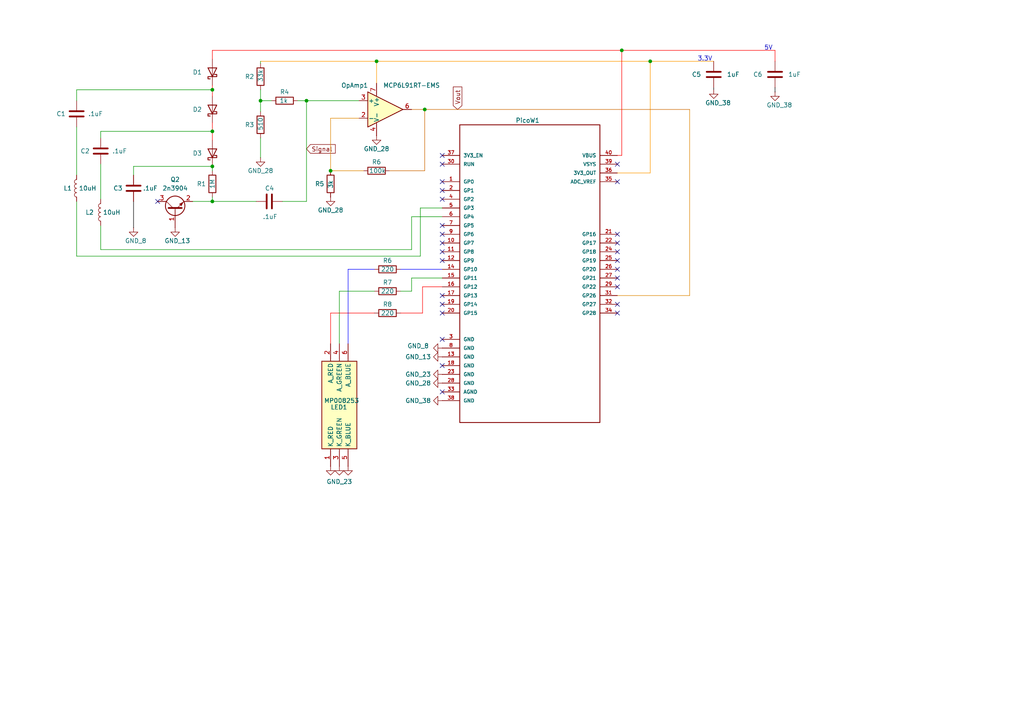
<source format=kicad_sch>
(kicad_sch (version 20231120) (generator "eeschema") (generator_version "8.0")
  (paper "A4")
  (lib_symbols
    (symbol "Amplifier_Operational:MCP6L91RT-EMS" (pin_names (offset 0.127))
      (property "Reference" "U" (at 0 6.35 0))
      (property "Value" "MCP6L91RT-EMS" (at 0 3.81 0))
      (symbol "MCP6L91RT-EMS_0_1"
        (polyline (pts (xy -5.08 5.08) (xy 5.08 0) (xy -5.08 -5.08) (xy -5.08 5.08)) (stroke (width 0.254)) (fill (type background)))
      )
      (symbol "MCP6L91RT-EMS_1_1"
        (pin no_connect line (at -2.54 2.54 270) (length 2.54) hide (name "NC") (number "1"))
        (pin input line (at -7.62 -2.54 0) (length 2.54) (name "-") (number "2"))
        (pin input line (at -7.62 2.54 0) (length 2.54) (name "+") (number "3"))
        (pin power_in line (at -2.54 -7.62 90) (length 3.81) (name "V-") (number "4"))
        (pin no_connect line (at 0 2.54 270) (length 2.54) hide (name "NC") (number "5"))
        (pin output line (at 7.62 0 180) (length 2.54) (name "~") (number "6"))
        (pin power_in line (at -2.54 7.62 270) (length 3.81) (name "V+") (number "7"))
        (pin no_connect line (at 0 -2.54 90) (length 2.54) hide (name "NC") (number "8"))
      )
    )
    (symbol "Device:C" (pin_numbers hide) (pin_names (offset 0.254))
      (property "Reference" "C" (at 0.635 2.54 0))
      (property "Value" "C" (at 0.635 -2.54 0))
      (symbol "C_0_1"
        (polyline (pts (xy -2.032 -0.762) (xy 2.032 -0.762)) (stroke (width 0.508)))
        (polyline (pts (xy -2.032 0.762) (xy 2.032 0.762)) (stroke (width 0.508)))
      )
      (symbol "C_1_1"
        (pin passive line (at 0 3.81 270) (length 2.794) (name "~") (number "1"))
        (pin passive line (at 0 -3.81 90) (length 2.794) (name "~") (number "2"))
      )
    )
    (symbol "Device:D_Schottky" (pin_numbers hide) (pin_names (offset 1.016) hide)
      (property "Reference" "D" (at 0 2.54 0))
      (property "Value" "D_Schottky" (at 0 -2.54 0))
      (symbol "D_Schottky_0_1"
        (polyline (pts (xy 1.27 0) (xy -1.27 0)))
        (polyline (pts (xy 1.27 1.27) (xy 1.27 -1.27) (xy -1.27 0) (xy 1.27 1.27)) (stroke (width 0.254)))
        (polyline (pts (xy -1.905 0.635) (xy -1.905 1.27) (xy -1.27 1.27) (xy -1.27 -1.27) (xy -0.635 -1.27) (xy -0.635 -0.635)) (stroke (width 0.254)))
      )
      (symbol "D_Schottky_1_1"
        (pin passive line (at -3.81 0 0) (length 2.54) (name "K") (number "1"))
        (pin passive line (at 3.81 0 180) (length 2.54) (name "A") (number "2"))
      )
    )
    (symbol "Device:L" (pin_numbers hide) (pin_names (offset 1.016) hide)
      (property "Reference" "L" (at -1.27 0 90))
      (property "Value" "L" (at 1.905 0 90))
      (symbol "L_0_1"
        (arc (start 0 -2.54) (mid 0.6323 -1.905) (end 0 -1.27))
        (arc (start 0 -1.27) (mid 0.6323 -0.635) (end 0 0))
        (arc (start 0 0) (mid 0.6323 0.635) (end 0 1.27))
        (arc (start 0 1.27) (mid 0.6323 1.905) (end 0 2.54))
      )
      (symbol "L_1_1"
        (pin passive line (at 0 3.81 270) (length 1.27) (name "1") (number "1"))
        (pin passive line (at 0 -3.81 90) (length 1.27) (name "2") (number "2"))
      )
    )
    (symbol "Device:R" (pin_numbers hide) (pin_names (offset 0))
      (property "Reference" "R" (at 2.032 0 90))
      (property "Value" "R" (at 0 0 90))
      (symbol "R_0_1"
        (rectangle (start -1.016 -2.54) (end 1.016 2.54) (stroke (width 0.254)))
      )
      (symbol "R_1_1"
        (pin passive line (at 0 3.81 270) (length 1.27) (name "~") (number "1"))
        (pin passive line (at 0 -3.81 90) (length 1.27) (name "~") (number "2"))
      )
    )
    (symbol "GND_1" (power) (pin_numbers hide) (pin_names (offset 0) hide)
      (property "Value" "GND" (at 0 -3.81 0))
      (symbol "GND_1_0_1"
        (polyline (pts (xy 0 0) (xy 0 -1.27) (xy 1.27 -1.27) (xy 0 -2.54) (xy -1.27 -1.27) (xy 0 -1.27)))
      )
      (symbol "GND_1_1_1"
        (pin power_in line (at 0 0 270) (length 0) (name "~") (number "1"))
      )
    )
    (symbol "MP008253:MP008253"
      (property "Reference" "LED" (at 31.75 7.62 0))
      (property "Value" "MP008253" (at 31.75 5.08 0))
      (symbol "MP008253_1_1"
        (rectangle (start 5.08 2.54) (end 30.48 -7.62) (stroke (width 0.254)) (fill (type background)))
        (pin passive line (at 0 0 0) (length 5.08) (name "K_RED") (number "1"))
        (pin passive line (at 35.56 0 180) (length 5.08) (name "A_RED") (number "2"))
        (pin passive line (at 0 -2.54 0) (length 5.08) (name "K_GREEN") (number "3"))
        (pin passive line (at 35.56 -2.54 180) (length 5.08) (name "A_GREEN") (number "4"))
        (pin passive line (at 0 -5.08 0) (length 5.08) (name "K_BLUE") (number "5"))
        (pin passive line (at 35.56 -5.08 180) (length 5.08) (name "A_BLUE") (number "6"))
      )
    )
    (symbol "Pico W:SC0918" (pin_names (offset 1.016))
      (property "Reference" "A1" (at 0 58.42 0))
      (property "Value" "SC0918" (at 0 55.88 0))
      (property "Footprint" "Raspberry Pi:MODULE_SC0918" (at -12.7 -46.99 0))
      (property "manufacturer" "Raspberry Pi" (at 0 53.34 0))
      (symbol "SC0918_0_0"
        (rectangle (start -20.32 -43.18) (end 20.32 43.18) (stroke (width 0.254)))
        (pin bidirectional line (at -25.4 26.67 0) (length 5.08) (name "GP0") (number "1"))
        (pin bidirectional line (at -25.4 8.89 0) (length 5.08) (name "GP7") (number "10"))
        (pin bidirectional line (at -25.4 6.35 0) (length 5.08) (name "GP8") (number "11"))
        (pin bidirectional line (at -25.4 3.81 0) (length 5.08) (name "GP9") (number "12"))
        (pin power_in line (at -25.4 -24.13 0) (length 5.08) (name "GND") (number "13"))
        (pin bidirectional line (at -25.4 1.27 0) (length 5.08) (name "GP10") (number "14"))
        (pin bidirectional line (at -25.4 -1.27 0) (length 5.08) (name "GP11") (number "15"))
        (pin bidirectional line (at -25.4 -3.81 0) (length 5.08) (name "GP12") (number "16"))
        (pin bidirectional line (at -25.4 -6.35 0) (length 5.08) (name "GP13") (number "17"))
        (pin power_in line (at -25.4 -26.67 0) (length 5.08) (name "GND") (number "18"))
        (pin bidirectional line (at -25.4 -8.89 0) (length 5.08) (name "GP14") (number "19"))
        (pin bidirectional line (at -25.4 24.13 0) (length 5.08) (name "GP1") (number "2"))
        (pin bidirectional line (at -25.4 -11.43 0) (length 5.08) (name "GP15") (number "20"))
        (pin bidirectional line (at 25.4 11.43 180) (length 5.08) (name "GP16") (number "21"))
        (pin bidirectional line (at 25.4 8.89 180) (length 5.08) (name "GP17") (number "22"))
        (pin power_in line (at -25.4 -29.21 0) (length 5.08) (name "GND") (number "23"))
        (pin bidirectional line (at 25.4 6.35 180) (length 5.08) (name "GP18") (number "24"))
        (pin bidirectional line (at 25.4 3.81 180) (length 5.08) (name "GP19") (number "25"))
        (pin bidirectional line (at 25.4 1.27 180) (length 5.08) (name "GP20") (number "26"))
        (pin bidirectional line (at 25.4 -1.27 180) (length 5.08) (name "GP21") (number "27"))
        (pin power_in line (at -25.4 -31.75 0) (length 5.08) (name "GND") (number "28"))
        (pin bidirectional line (at 25.4 -3.81 180) (length 5.08) (name "GP22") (number "29"))
        (pin power_in line (at -25.4 -19.05 0) (length 5.08) (name "GND") (number "3"))
        (pin input line (at -25.4 31.75 0) (length 5.08) (name "RUN") (number "30"))
        (pin bidirectional line (at 25.4 -6.35 180) (length 5.08) (name "GP26") (number "31"))
        (pin bidirectional line (at 25.4 -8.89 180) (length 5.08) (name "GP27") (number "32"))
        (pin power_in line (at -25.4 -34.29 0) (length 5.08) (name "AGND") (number "33"))
        (pin bidirectional line (at 25.4 -11.43 180) (length 5.08) (name "GP28") (number "34"))
        (pin power_in line (at 25.4 26.67 180) (length 5.08) (name "ADC_VREF") (number "35"))
        (pin power_in line (at 25.4 29.21 180) (length 5.08) (name "3V3_OUT") (number "36"))
        (pin input line (at -25.4 34.29 0) (length 5.08) (name "3V3_EN") (number "37"))
        (pin power_in line (at -25.4 -36.83 0) (length 5.08) (name "GND") (number "38"))
        (pin free line (at 25.4 31.75 180) (length 5.08) (name "VSYS") (number "39"))
        (pin bidirectional line (at -25.4 21.59 0) (length 5.08) (name "GP2") (number "4"))
        (pin free line (at 25.4 34.29 180) (length 5.08) (name "VBUS") (number "40"))
        (pin bidirectional line (at -25.4 19.05 0) (length 5.08) (name "GP3") (number "5"))
        (pin bidirectional line (at -25.4 16.51 0) (length 5.08) (name "GP4") (number "6"))
        (pin bidirectional line (at -25.4 13.97 0) (length 5.08) (name "GP5") (number "7"))
        (pin power_in line (at -25.4 -21.59 0) (length 5.08) (name "GND") (number "8"))
        (pin bidirectional line (at -25.4 11.43 0) (length 5.08) (name "GP6") (number "9"))
      )
    )
    (symbol "Transistor_BJT:MMBTA44" (pin_names (offset 0) hide)
      (property "Reference" "Q" (at 5.08 1.905 0))
      (property "Value" "MMBTA44" (at 5.08 0 0))
      (symbol "MMBTA44_0_1"
        (polyline (pts (xy 0 0) (xy 0.635 0)))
        (polyline (pts (xy 0.635 0.635) (xy 2.54 2.54)))
        (polyline (pts (xy 0.635 -0.635) (xy 2.54 -2.54) (xy 2.54 -2.54)))
        (polyline (pts (xy 0.635 1.905) (xy 0.635 -1.905) (xy 0.635 -1.905)) (stroke (width 0.508)))
        (polyline (pts (xy 1.27 -1.778) (xy 1.778 -1.27) (xy 2.286 -2.286) (xy 1.27 -1.778) (xy 1.27 -1.778)) (fill (type outline)))
        (circle (center 1.27 0) (radius 2.8194) (stroke (width 0.254)))
      )
      (symbol "MMBTA44_1_1"
        (pin input line (at -5.08 0 0) (length 5.08) (name "B") (number "1"))
        (pin passive line (at 2.54 -5.08 90) (length 2.54) (name "E") (number "2"))
        (pin passive line (at 2.54 5.08 270) (length 2.54) (name "C") (number "3"))
      )
    )
    (symbol "power:GND" (power) (pin_numbers hide) (pin_names (offset 0) hide)
      (property "Value" "GND" (at 0 -3.81 0))
      (symbol "GND_0_1"
        (polyline (pts (xy 0 0) (xy 0 -1.27) (xy 1.27 -1.27) (xy 0 -2.54) (xy -1.27 -1.27) (xy 0 -1.27)))
      )
      (symbol "GND_1_1"
        (pin power_in line (at 0 0 270) (length 0) (name "~") (number "1"))
      )
    )
  )
  (junction (at 61.595 26.035))
  (junction (at 95.885 49.53))
  (junction (at 61.595 38.1))
  (junction (at 88.9 29.21))
  (junction (at 188.595 17.78))
  (junction (at 61.595 58.42))
  (junction (at 123.19 31.75))
  (junction (at 61.595 48.26))
  (junction (at 109.22 17.78))
  (junction (at 75.565 29.21))
  (junction (at 180.34 14.605))
  (no_connect (at 128.27 106.045))
  (no_connect (at 128.27 57.785))
  (no_connect (at 179.07 70.485))
  (no_connect (at 128.27 45.085))
  (no_connect (at 128.27 52.705))
  (no_connect (at 128.27 65.405))
  (no_connect (at 179.07 52.705))
  (no_connect (at 179.07 75.565))
  (no_connect (at 128.27 85.725))
  (no_connect (at 128.27 55.245))
  (no_connect (at 128.27 113.665))
  (no_connect (at 179.07 47.625))
  (no_connect (at 128.27 75.565))
  (no_connect (at 179.07 90.805))
  (no_connect (at 179.07 88.265))
  (no_connect (at 128.27 88.265))
  (no_connect (at 179.07 73.025))
  (no_connect (at 179.07 83.185))
  (no_connect (at 179.07 78.105))
  (no_connect (at 128.27 90.805))
  (no_connect (at 45.72 58.42))
  (no_connect (at 128.27 70.485))
  (no_connect (at 128.27 67.945))
  (no_connect (at 179.07 67.945))
  (no_connect (at 179.07 80.645))
  (no_connect (at 128.27 98.425))
  (no_connect (at 128.27 73.025))
  (no_connect (at 128.27 47.625))
  (wire (pts (xy 61.595 48.26) (xy 61.595 49.53)))
  (wire (pts (xy 38.735 66.04) (xy 38.735 58.42)) (stroke (width 0) (color 0 0 0 1)))
  (wire (pts (xy 179.07 85.725) (xy 200.025 85.725)) (stroke (width 0) (color 221 133 0 1)))
  (wire (pts (xy 122.555 90.805) (xy 122.555 83.185)) (stroke (width 0) (color 255 0 0 1)))
  (wire (pts (xy 61.595 14.605) (xy 61.595 17.145)) (stroke (width 0) (color 255 0 0 1)))
  (wire (pts (xy 116.205 90.805) (xy 122.555 90.805)) (stroke (width 0) (color 255 0 0 1)))
  (wire (pts (xy 29.21 65.405) (xy 29.21 72.39)))
  (wire (pts (xy 123.19 31.75) (xy 123.19 49.53)) (stroke (width 0) (color 204 102 0 1)))
  (wire (pts (xy 75.565 17.78) (xy 109.22 17.78)) (stroke (width 0) (color 255 153 0 1)))
  (wire (pts (xy 119.38 84.455) (xy 119.38 80.645)))
  (wire (pts (xy 29.21 38.1) (xy 61.595 38.1)))
  (wire (pts (xy 38.735 48.26) (xy 61.595 48.26)))
  (wire (pts (xy 61.595 38.1) (xy 61.595 40.64)) (stroke (width 0) (color 255 0 0 1)))
  (wire (pts (xy 224.79 17.78) (xy 224.79 14.605)) (stroke (width 0) (color 255 0 0 1)))
  (wire (pts (xy 75.565 40.005) (xy 75.565 45.72)))
  (wire (pts (xy 179.07 50.165) (xy 188.595 50.165)) (stroke (width 0) (color 255 153 0 1)))
  (wire (pts (xy 61.595 57.15) (xy 61.595 58.42)))
  (wire (pts (xy 75.565 29.21) (xy 78.74 29.21)))
  (wire (pts (xy 61.595 35.56) (xy 61.595 38.1)) (stroke (width 0) (color 255 0 0 1)))
  (wire (pts (xy 116.205 84.455) (xy 119.38 84.455)))
  (wire (pts (xy 22.225 36.83) (xy 22.225 50.8)))
  (wire (pts (xy 109.22 17.78) (xy 109.22 24.13)) (stroke (width 0) (color 255 153 0 1)))
  (wire (pts (xy 98.425 84.455) (xy 108.585 84.455)))
  (wire (pts (xy 180.34 14.605) (xy 224.79 14.605)) (stroke (width 0) (color 255 0 0 1)))
  (wire (pts (xy 29.21 47.625) (xy 29.21 57.785)))
  (wire (pts (xy 121.92 74.295) (xy 22.225 74.295)))
  (wire (pts (xy 38.735 48.26) (xy 38.735 50.8)))
  (wire (pts (xy 86.36 29.21) (xy 88.9 29.21)))
  (wire (pts (xy 207.01 25.4) (xy 207.01 26.035)) (stroke (width 0) (color 0 0 0 1)))
  (wire (pts (xy 88.9 29.21) (xy 104.14 29.21)))
  (wire (pts (xy 224.79 25.4) (xy 224.79 26.67)) (stroke (width 0) (color 0 0 0 1)))
  (wire (pts (xy 22.225 26.035) (xy 61.595 26.035)))
  (wire (pts (xy 22.225 74.295) (xy 22.225 58.42)))
  (wire (pts (xy 75.565 26.035) (xy 75.565 29.21)))
  (wire (pts (xy 200.025 85.725) (xy 200.025 31.75)) (stroke (width 0) (color 221 133 0 1)))
  (wire (pts (xy 109.22 17.78) (xy 188.595 17.78)) (stroke (width 0) (color 255 153 0 1)))
  (wire (pts (xy 61.595 14.605) (xy 180.34 14.605)) (stroke (width 0) (color 255 0 0 1)))
  (wire (pts (xy 61.595 26.035) (xy 61.595 24.765)) (stroke (width 0) (color 255 0 0 1)))
  (wire (pts (xy 207.01 17.78) (xy 188.595 17.78)) (stroke (width 0) (color 255 153 0 1)))
  (wire (pts (xy 61.595 27.94) (xy 61.595 26.035)) (stroke (width 0) (color 255 0 0 1)))
  (wire (pts (xy 55.88 58.42) (xy 61.595 58.42)))
  (wire (pts (xy 188.595 50.165) (xy 188.595 17.78)) (stroke (width 0) (color 255 153 0 1)))
  (wire (pts (xy 81.915 58.42) (xy 88.9 58.42)))
  (wire (pts (xy 100.965 78.105) (xy 108.585 78.105)) (stroke (width 0) (color 0 0 255 1)))
  (wire (pts (xy 100.965 78.105) (xy 100.965 99.695)) (stroke (width 0) (color 0 0 255 1)))
  (wire (pts (xy 123.19 31.75) (xy 200.025 31.75)) (stroke (width 0) (color 204 102 0 1)))
  (wire (pts (xy 95.885 90.805) (xy 95.885 99.695)) (stroke (width 0) (color 255 0 0 1)))
  (wire (pts (xy 119.38 62.865) (xy 119.38 72.39)))
  (wire (pts (xy 95.885 49.53) (xy 105.41 49.53)) (stroke (width 0) (color 221 133 0 1)))
  (wire (pts (xy 119.38 80.645) (xy 128.27 80.645)))
  (wire (pts (xy 121.92 60.325) (xy 128.27 60.325)))
  (wire (pts (xy 75.565 18.415) (xy 75.565 17.78)))
  (wire (pts (xy 180.34 14.605) (xy 180.34 45.085)) (stroke (width 0) (color 255 0 0 1)))
  (wire (pts (xy 104.14 34.29) (xy 95.885 34.29)) (stroke (width 0) (color 221 133 0 1)))
  (wire (pts (xy 98.425 84.455) (xy 98.425 99.695)))
  (wire (pts (xy 121.92 60.325) (xy 121.92 74.295)))
  (wire (pts (xy 116.205 78.105) (xy 128.27 78.105)) (stroke (width 0) (color 0 0 255 1)))
  (wire (pts (xy 75.565 32.385) (xy 75.565 29.21)))
  (wire (pts (xy 29.21 38.1) (xy 29.21 40.005)))
  (wire (pts (xy 123.19 49.53) (xy 113.03 49.53)) (stroke (width 0) (color 204 102 0 1)))
  (wire (pts (xy 119.38 62.865) (xy 128.27 62.865)))
  (wire (pts (xy 122.555 83.185) (xy 128.27 83.185)) (stroke (width 0) (color 255 0 0 1)))
  (wire (pts (xy 61.595 58.42) (xy 74.295 58.42)))
  (wire (pts (xy 22.225 29.21) (xy 22.225 26.035)))
  (wire (pts (xy 179.07 45.085) (xy 180.34 45.085)) (stroke (width 0) (color 255 0 0 1)))
  (wire (pts (xy 88.9 58.42) (xy 88.9 29.21)))
  (wire (pts (xy 119.38 31.75) (xy 123.19 31.75)) (stroke (width 0) (color 204 102 0 1)))
  (wire (pts (xy 95.885 34.29) (xy 95.885 49.53)) (stroke (width 0) (color 221 133 0 1)))
  (wire (pts (xy 95.885 90.805) (xy 108.585 90.805)) (stroke (width 0) (color 255 0 0 1)))
  (wire (pts (xy 29.21 72.39) (xy 119.38 72.39)))
  (text "3.3V" (at 204.47 17.145 0) (effects (font (size 1.27 1.27))))
  (text "5V" (at 222.885 13.97 0) (effects (font (size 1.27 1.27))))
  (global_label "Signal" (shape input) (at 88.9 43.18 0) (property "Intersheetrefs" "${INTERSHEET_REFS}" (effects (hide yes))))
  (global_label "Vout" (shape input) (at 132.715 31.75 90) (property "Intersheetrefs" "${INTERSHEET_REFS}" (effects (hide yes))))
  (symbol (lib_id "Device:R") (at 112.395 90.805 270) (unit 1)
    (property "Reference" "R8" (at 112.395 88.265 90))
    (property "Value" "220" (at 112.395 90.805 90))
    (property "Footprint" "Resistor_SMD:R_1206_3216Metric" (effects (hide yes)))
    (property "Description" "Resistor" (effects (hide yes)))
  )
  (symbol (lib_id "Device:R") (at 82.55 29.21 270) (unit 1)
    (property "Reference" "R4" (at 82.55 26.67 90))
    (property "Value" "1k" (at 82.296 29.21 90))
    (property "Footprint" "Resistor_SMD:R_1206_3216Metric" (effects (hide yes)))
    (property "Description" "Resistor" (effects (hide yes)))
  )
  (symbol (lib_id "Device:L") (at 22.225 54.61 180) (unit 1)
    (property "Reference" "L1" (at 18.415 54.61 0) (effects (justify right)))
    (property "Value" "10uH" (at 22.86 54.61 0) (effects (justify right)))
    (property "Footprint" "Inductor_SMD:L_Coilcraft_LPS4414" (effects (hide yes)))
    (property "Description" "Inductor" (effects (hide yes)))
  )
  (symbol (lib_id "power:GND") (at 95.885 57.15 0) (unit 1)
    (property "Reference" "#PWR02" (effects (hide yes)))
    (property "Value" "GND_28" (at 95.885 60.96 0))
    (property "Description" "Power symbol creates a global label with name \"GND\" , ground" (effects (hide yes)))
  )
  (symbol (lib_id "Device:C") (at 224.79 21.59 180) (unit 1)
    (property "Reference" "C6" (at 218.44 21.59 0) (effects (justify right)))
    (property "Value" "1uF" (at 228.6 21.59 0) (effects (justify right)))
    (property "Footprint" "Capacitor_SMD:C_1206_3216Metric_Pad1.33x1.80mm_HandSolder" (effects (hide yes)))
    (property "Description" "Unpolarized capacitor" (effects (hide yes)))
  )
  (symbol (lib_name "GND_1") (lib_id "power:GND") (at 128.27 103.505 270) (unit 1)
    (property "Reference" "#PWR012" (effects (hide yes)))
    (property "Value" "GND_13" (at 121.285 103.505 90))
    (property "Description" "Power symbol creates a global label with name \"GND\" , ground" (effects (hide yes)))
  )
  (symbol (lib_name "GND_1") (lib_id "power:GND") (at 207.01 26.035 0) (unit 1)
    (property "Reference" "#PWR011" (effects (hide yes)))
    (property "Value" "GND_38" (at 208.28 29.845 0))
    (property "Description" "Power symbol creates a global label with name \"GND\" , ground" (effects (hide yes)))
  )
  (symbol (lib_id "power:GND") (at 109.22 39.37 0) (unit 1)
    (property "Reference" "#PWR016" (effects (hide yes)))
    (property "Value" "GND_28" (at 109.22 43.18 0))
    (property "Description" "Power symbol creates a global label with name \"GND\" , ground" (effects (hide yes)))
  )
  (symbol (lib_id "Device:R") (at 109.22 49.53 90) (unit 1)
    (property "Reference" "R6" (at 109.22 46.99 90))
    (property "Value" "100k" (at 109.474 49.53 90))
    (property "Footprint" "Resistor_SMD:R_1206_3216Metric" (effects (hide yes)))
    (property "Description" "Resistor" (effects (hide yes)))
  )
  (symbol (lib_id "power:GND") (at 128.27 111.125 270) (unit 1)
    (property "Reference" "#PWR015" (effects (hide yes)))
    (property "Value" "GND_28" (at 121.285 111.125 90))
    (property "Description" "Power symbol creates a global label with name \"GND\" , ground" (effects (hide yes)))
  )
  (symbol (lib_name "GND_1") (lib_id "power:GND") (at 100.965 135.255 0) (unit 1)
    (property "Reference" "#PWR010" (effects (hide yes)))
    (property "Value" "GND_23" (at 98.425 139.7 0))
    (property "Description" "Power symbol creates a global label with name \"GND\" , ground" (effects (hide yes)))
  )
  (symbol (lib_id "Device:L") (at 29.21 61.595 180) (unit 1)
    (property "Reference" "L2" (at 24.765 61.595 0) (effects (justify right)))
    (property "Value" "10uH" (at 29.845 61.595 0) (effects (justify right)))
    (property "Footprint" "Inductor_SMD:L_Coilcraft_LPS4414" (effects (hide yes)))
    (property "Description" "Inductor" (effects (hide yes)))
  )
  (symbol (lib_id "Device:R") (at 112.395 84.455 270) (unit 1)
    (property "Reference" "R7" (at 112.395 81.915 90))
    (property "Value" "220" (at 112.395 84.455 90))
    (property "Footprint" "Resistor_SMD:R_1206_3216Metric" (effects (hide yes)))
    (property "Description" "Resistor" (effects (hide yes)))
  )
  (symbol (lib_id "Pico W:SC0918") (at 153.67 79.375 0) (unit 1)
    (property "Reference" "PicoW1" (at 153.035 34.925 0))
    (property "Value" "SC0918" (effects (hide yes)))
    (property "Footprint" "Pico W:MODULE_SC0918" (effects (hide yes)))
    (property "Datasheet" "https://datasheets.raspberrypi.com/picow/pico-w-datasheet.pdf" (effects (hide yes)))
    (property "manufacturer" "Raspberry Pi" (effects (hide yes)))
    (property "P/N" "SC0918" (effects (hide yes)))
    (property "PARTREV" "1.6" (effects (hide yes)))
    (property "MAXIMUM_PACKAGE_HEIGHT" "3.73mm" (effects (hide yes)))
  )
  (symbol (lib_id "Device:R") (at 112.395 78.105 270) (unit 1)
    (property "Reference" "R6" (at 112.395 75.565 90))
    (property "Value" "220" (at 112.395 78.105 90))
    (property "Footprint" "Resistor_SMD:R_1206_3216Metric" (effects (hide yes)))
    (property "Description" "Resistor" (effects (hide yes)))
  )
  (symbol (lib_id "Device:C") (at 29.21 43.815 0) (unit 1)
    (property "Reference" "C2" (at 26.035 43.815 0) (effects (justify right)))
    (property "Value" ".1uF" (at 36.83 43.815 0) (effects (justify right)))
    (property "Footprint" "Capacitor_SMD:C_1206_3216Metric_Pad1.33x1.80mm_HandSolder" (effects (hide yes)))
    (property "Description" "Unpolarized capacitor" (effects (hide yes)))
  )
  (symbol (lib_id "Device:R") (at 95.885 53.34 180) (unit 1)
    (property "Reference" "R5" (at 92.71 53.34 0))
    (property "Value" "3k" (at 95.885 53.467 90))
    (property "Footprint" "Resistor_SMD:R_1206_3216Metric" (effects (hide yes)))
    (property "Description" "Resistor" (effects (hide yes)))
  )
  (symbol (lib_id "Device:R") (at 75.565 36.195 0) (mirror x) (unit 1)
    (property "Reference" "R3" (at 72.39 36.195 0))
    (property "Value" "510" (at 75.565 35.941 90))
    (property "Footprint" "Resistor_SMD:R_1206_3216Metric" (effects (hide yes)))
    (property "Description" "Resistor" (effects (hide yes)))
  )
  (symbol (lib_id "Device:C") (at 207.01 21.59 180) (unit 1)
    (property "Reference" "C5" (at 200.66 21.59 0) (effects (justify right)))
    (property "Value" "1uF" (at 210.82 21.59 0) (effects (justify right)))
    (property "Footprint" "Capacitor_SMD:C_1206_3216Metric_Pad1.33x1.80mm_HandSolder" (effects (hide yes)))
    (property "Description" "Unpolarized capacitor" (effects (hide yes)))
  )
  (symbol (lib_name "GND_1") (lib_id "power:GND") (at 128.27 100.965 270) (unit 1)
    (property "Reference" "#PWR06" (effects (hide yes)))
    (property "Value" "GND_8" (at 121.285 100.33 90))
    (property "Description" "Power symbol creates a global label with name \"GND\" , ground" (effects (hide yes)))
  )
  (symbol (lib_id "Device:C") (at 78.105 58.42 90) (unit 1)
    (property "Reference" "C4" (at 76.835 54.61 90) (effects (justify right)))
    (property "Value" ".1uF" (at 76.2 62.865 90) (effects (justify right)))
    (property "Footprint" "Capacitor_SMD:C_1206_3216Metric_Pad1.33x1.80mm_HandSolder" (effects (hide yes)))
    (property "Description" "Unpolarized capacitor" (effects (hide yes)))
  )
  (symbol (lib_name "GND_1") (lib_id "power:GND") (at 95.885 135.255 0) (unit 1)
    (property "Reference" "#PWR07" (effects (hide yes)))
    (property "Value" "GND_23" (effects (hide yes)))
    (property "Description" "Power symbol creates a global label with name \"GND\" , ground" (effects (hide yes)))
  )
  (symbol (lib_name "GND_1") (lib_id "power:GND") (at 50.8 66.04 0) (unit 1)
    (property "Reference" "#PWR013" (effects (hide yes)))
    (property "Value" "GND_13" (at 51.435 69.85 0))
    (property "Description" "Power symbol creates a global label with name \"GND\" , ground" (effects (hide yes)))
  )
  (symbol (lib_name "GND_1") (lib_id "power:GND") (at 38.735 66.04 0) (unit 1)
    (property "Reference" "#PWR08" (effects (hide yes)))
    (property "Value" "GND_8" (at 39.37 69.85 0))
    (property "Description" "Power symbol creates a global label with name \"GND\" , ground" (effects (hide yes)))
  )
  (symbol (lib_id "Device:C") (at 22.225 33.02 0) (unit 1)
    (property "Reference" "C1" (at 19.05 33.02 0) (effects (justify right)))
    (property "Value" ".1uF" (at 29.845 33.02 0) (effects (justify right)))
    (property "Footprint" "Capacitor_SMD:C_1206_3216Metric_Pad1.33x1.80mm_HandSolder" (effects (hide yes)))
    (property "Description" "Unpolarized capacitor" (effects (hide yes)))
  )
  (symbol (lib_id "Device:D_Schottky") (at 61.595 31.75 90) (unit 1)
    (property "Reference" "D2" (at 55.88 31.75 90) (effects (justify right)))
    (property "Value" "D_Schottky" (effects (hide yes)))
    (property "Footprint" "MBRS1100T3G:SMB_403A-03_ONS" (effects (hide yes)))
    (property "Description" "Schottky diode" (effects (hide yes)))
  )
  (symbol (lib_id "Device:D_Schottky") (at 61.595 44.45 90) (unit 1)
    (property "Reference" "D3" (at 55.88 44.45 90) (effects (justify right)))
    (property "Value" "D_Schottky" (effects (hide yes)))
    (property "Footprint" "MBRS1100T3G:SMB_403A-03_ONS" (effects (hide yes)))
    (property "Description" "Schottky diode" (effects (hide yes)))
  )
  (symbol (lib_id "power:GND") (at 75.565 45.72 0) (unit 1)
    (property "Reference" "#PWR04" (effects (hide yes)))
    (property "Value" "GND_28" (at 75.565 49.53 0))
    (property "Description" "Power symbol creates a global label with name \"GND\" , ground" (effects (hide yes)))
  )
  (symbol (lib_name "GND_1") (lib_id "power:GND") (at 128.27 116.205 270) (unit 1)
    (property "Reference" "#PWR03" (effects (hide yes)))
    (property "Value" "GND_38" (at 121.285 116.205 90))
    (property "Description" "Power symbol creates a global label with name \"GND\" , ground" (effects (hide yes)))
  )
  (symbol (lib_id "Amplifier_Operational:MCP6L91RT-EMS") (at 111.76 31.75 0) (unit 1)
    (property "Reference" "OpAmp1" (at 102.87 24.765 0))
    (property "Value" "MCP6L91RT-EMS" (at 119.38 24.765 0))
    (property "Footprint" "op_amp_MCP6291-E/MS:MSOP8_MC_MCH" (effects (hide yes)))
    (property "Datasheet" "http://ww1.microchip.com/downloads/en/DeviceDoc/22141b.pdf" (effects (hide yes)))
    (property "Description" "10 MHz, 850 µA Op Amps, MSOP-8" (effects (hide yes)))
  )
  (symbol (lib_name "GND_1") (lib_id "power:GND") (at 98.425 135.255 0) (unit 1)
    (property "Reference" "#PWR09" (effects (hide yes)))
    (property "Value" "GND_23" (effects (hide yes)))
    (property "Description" "Power symbol creates a global label with name \"GND\" , ground" (effects (hide yes)))
  )
  (symbol (lib_id "Device:R") (at 75.565 22.225 180) (unit 1)
    (property "Reference" "R2" (at 72.39 22.225 0))
    (property "Value" "33k" (at 75.565 21.971 90))
    (property "Footprint" "Resistor_SMD:R_1206_3216Metric" (effects (hide yes)))
    (property "Description" "Resistor" (effects (hide yes)))
  )
  (symbol (lib_id "power:GND") (at 224.79 26.67 0) (unit 1)
    (property "Reference" "#PWR01" (effects (hide yes)))
    (property "Value" "GND_38" (at 226.06 30.48 0))
    (property "Description" "Power symbol creates a global label with name \"GND\" , ground" (effects (hide yes)))
  )
  (symbol (lib_id "Device:R") (at 61.595 53.34 0) (mirror x) (unit 1)
    (property "Reference" "R1" (at 58.42 53.34 0))
    (property "Value" "1M" (at 61.595 53.34 90))
    (property "Footprint" "Resistor_SMD:R_1206_3216Metric" (effects (hide yes)))
    (property "Description" "Resistor" (effects (hide yes)))
  )
  (symbol (lib_id "Device:C") (at 38.735 54.61 0) (unit 1)
    (property "Reference" "C3" (at 35.56 54.61 0) (effects (justify right)))
    (property "Value" ".1uF" (at 45.72 54.61 0) (effects (justify right)))
    (property "Footprint" "Capacitor_SMD:C_1206_3216Metric_Pad1.33x1.80mm_HandSolder" (effects (hide yes)))
    (property "Description" "Unpolarized capacitor" (effects (hide yes)))
  )
  (symbol (lib_id "Transistor_BJT:MMBTA44") (at 50.8 60.96 90) (unit 1)
    (property "Reference" "Q2" (at 50.8 52.07 90))
    (property "Value" "2n3904" (at 50.8 54.61 90))
    (property "Footprint" "Package_TO_SOT_SMD:SOT-23" (effects (hide yes)))
    (property "Datasheet" "https://diotec.com/request/datasheet/mmbta42.pdf" (effects (hide yes)))
    (property "Description" "0.3A Ic, 400V Vce, NPN High Voltage Transistor, SOT-23" (effects (hide yes)))
  )
  (symbol (lib_name "GND_1") (lib_id "power:GND") (at 128.27 108.585 270) (unit 1)
    (property "Reference" "#PWR014" (effects (hide yes)))
    (property "Value" "GND_23" (at 121.285 108.585 90))
    (property "Description" "Power symbol creates a global label with name \"GND\" , ground" (effects (hide yes)))
  )
  (symbol (lib_id "MP008253:MP008253") (at 95.885 135.255 90) (unit 1)
    (property "Reference" "LED1" (at 95.885 118.11 90) (effects (justify right)))
    (property "Value" "MP008253" (at 93.98 116.205 90) (effects (justify right)))
    (property "Footprint" "MP008253:MP008253" (effects (hide yes)))
    (property "Description" "Chip LED, RGB, 5mm x 5mm, 120, 6-Pin, Surface Mount" (effects (hide yes)))
    (property "Height" "1.7" (effects (hide yes)))
    (property "Manufacturer_Name" "Multicomp Pro" (effects (hide yes)))
    (property "Manufacturer_Part_Number" "MP008253" (effects (hide yes)))
  )
  (symbol (lib_id "Device:D_Schottky") (at 61.595 20.955 90) (unit 1)
    (property "Reference" "D1" (at 55.88 20.955 90) (effects (justify right)))
    (property "Value" "D_Schottky" (effects (hide yes)))
    (property "Footprint" "MBRS1100T3G:SMB_403A-03_ONS" (effects (hide yes)))
    (property "Description" "Schottky diode" (effects (hide yes)))
  )
)
</source>
